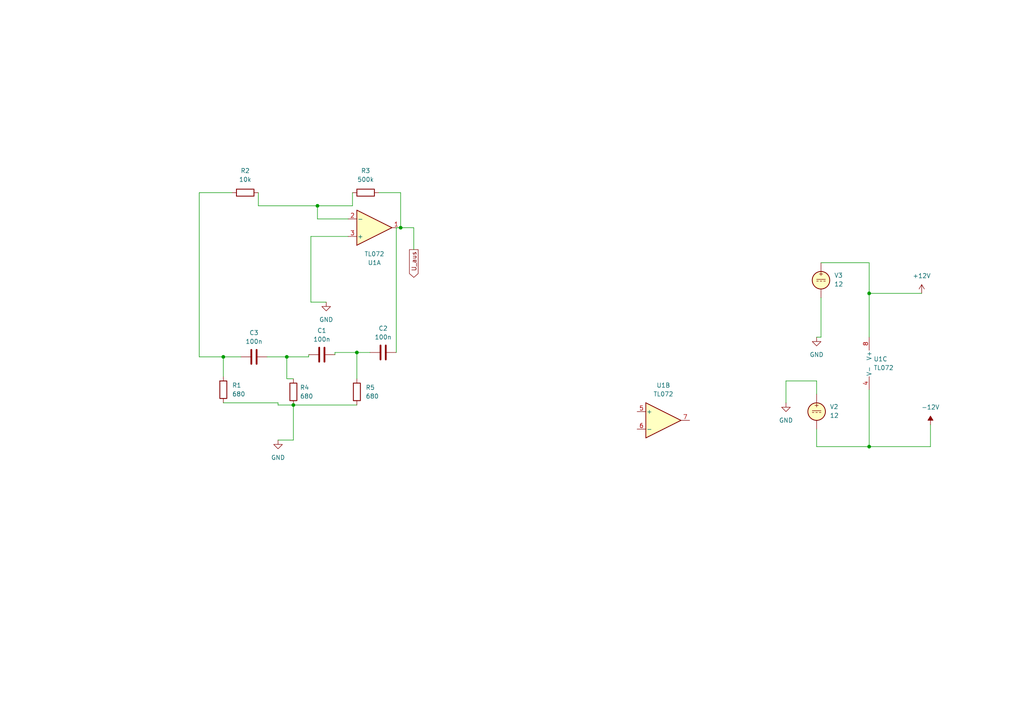
<source format=kicad_sch>
(kicad_sch (version 20230121) (generator eeschema)
  (paper "A4")
  (lib_symbols
    (symbol "Amplifier_Operational:TL072" (pin_names (offset 0.127))
      (property "Reference" "U" (at 0 5.08 0))
      (property "Value" "TL072" (at 0 -5.08 0))
      (symbol "TL072_1_1"
        (polyline (pts (xy -5.08 5.08) (xy 5.08 0) (xy -5.08 -5.08) (xy -5.08 5.08)) (stroke (width 0.254)) (fill (type background)))
        (pin output line (at 7.62 0 180) (length 2.54) (name "~") (number "1"))
        (pin input line (at -7.62 -2.54 0) (length 2.54) (name "-") (number "2"))
        (pin input line (at -7.62 2.54 0) (length 2.54) (name "+") (number "3"))
      )
      (symbol "TL072_2_1"
        (polyline (pts (xy -5.08 5.08) (xy 5.08 0) (xy -5.08 -5.08) (xy -5.08 5.08)) (stroke (width 0.254)) (fill (type background)))
        (pin input line (at -7.62 2.54 0) (length 2.54) (name "+") (number "5"))
        (pin input line (at -7.62 -2.54 0) (length 2.54) (name "-") (number "6"))
        (pin output line (at 7.62 0 180) (length 2.54) (name "~") (number "7"))
      )
      (symbol "TL072_3_1"
        (pin power_in line (at -2.54 -7.62 90) (length 3.81) (name "V-") (number "4"))
        (pin power_in line (at -2.54 7.62 270) (length 3.81) (name "V+") (number "8"))
      )
    )
    (symbol "Device:C" (pin_numbers hide) (pin_names (offset 0.254))
      (property "Reference" "C" (at 0.635 2.54 0))
      (property "Value" "C" (at 0.635 -2.54 0))
      (symbol "C_0_1"
        (polyline (pts (xy -2.032 -0.762) (xy 2.032 -0.762)) (stroke (width 0.508)))
        (polyline (pts (xy -2.032 0.762) (xy 2.032 0.762)) (stroke (width 0.508)))
      )
      (symbol "C_1_1"
        (pin passive line (at 0 3.81 270) (length 2.794) (name "~") (number "1"))
        (pin passive line (at 0 -3.81 90) (length 2.794) (name "~") (number "2"))
      )
    )
    (symbol "Device:R" (pin_numbers hide) (pin_names (offset 0))
      (property "Reference" "R" (at 2.032 0 90))
      (property "Value" "R" (at 0 0 90))
      (symbol "R_0_1"
        (rectangle (start -1.016 -2.54) (end 1.016 2.54) (stroke (width 0.254)))
      )
      (symbol "R_1_1"
        (pin passive line (at 0 3.81 270) (length 1.27) (name "~") (number "1"))
        (pin passive line (at 0 -3.81 90) (length 1.27) (name "~") (number "2"))
      )
    )
    (symbol "Simulation_SPICE:VDC" (pin_numbers hide) (pin_names (offset 0.0254))
      (property "Reference" "V" (at 2.54 2.54 0))
      (property "Value" "1" (at 2.54 0 0))
      (symbol "VDC_0_0"
        (polyline (pts (xy -1.27 0.254) (xy 1.27 0.254)))
        (polyline (pts (xy -0.762 -0.254) (xy -1.27 -0.254)))
        (polyline (pts (xy 0.254 -0.254) (xy -0.254 -0.254)))
        (polyline (pts (xy 1.27 -0.254) (xy 0.762 -0.254)))
        (text "+" (at 0 1.905 0) (effects (font (size 1.27 1.27))))
      )
      (symbol "VDC_0_1"
        (circle (center 0 0) (radius 2.54) (stroke (width 0.254)) (fill (type background)))
      )
      (symbol "VDC_1_1"
        (pin passive line (at 0 5.08 270) (length 2.54) (name "~") (number "1"))
        (pin passive line (at 0 -5.08 90) (length 2.54) (name "~") (number "2"))
      )
    )
    (symbol "power:+12V" (power) (pin_names (offset 0))
      (property "Value" "+12V" (at 0 3.556 0))
      (symbol "+12V_0_1"
        (polyline (pts (xy -0.762 1.27) (xy 0 2.54)))
        (polyline (pts (xy 0 0) (xy 0 2.54)))
        (polyline (pts (xy 0 2.54) (xy 0.762 1.27)))
      )
      (symbol "+12V_1_1"
        (pin power_in line (at 0 0 90) (length 0) hide (name "+12V") (number "1"))
      )
    )
    (symbol "power:-12V" (power) (pin_names (offset 0))
      (property "Value" "-12V" (at 0 3.81 0))
      (symbol "-12V_0_0"
        (pin power_in line (at 0 0 90) (length 0) hide (name "-12V") (number "1"))
      )
      (symbol "-12V_0_1"
        (polyline (pts (xy 0 0) (xy 0 1.27) (xy 0.762 1.27) (xy 0 2.54) (xy -0.762 1.27) (xy 0 1.27)) (fill (type outline)))
      )
    )
    (symbol "power:GND" (power) (pin_names (offset 0))
      (property "Value" "GND" (at 0 -3.81 0))
      (symbol "GND_0_1"
        (polyline (pts (xy 0 0) (xy 0 -1.27) (xy 1.27 -1.27) (xy 0 -2.54) (xy -1.27 -1.27) (xy 0 -1.27)))
      )
      (symbol "GND_1_1"
        (pin power_in line (at 0 0 270) (length 0) hide (name "GND") (number "1"))
      )
    )
  )
  (junction (at 64.77 103.505))
  (junction (at 252.095 85.09))
  (junction (at 92.075 59.69))
  (junction (at 85.09 117.475))
  (junction (at 83.185 103.505))
  (junction (at 103.505 102.235))
  (junction (at 116.205 66.04))
  (junction (at 252.095 129.54))
  (wire (pts (xy 102.235 59.69) (xy 102.235 55.88)))
  (wire (pts (xy 252.095 129.54) (xy 269.875 129.54)))
  (wire (pts (xy 116.205 66.04) (xy 116.205 55.88)))
  (wire (pts (xy 90.17 68.58) (xy 100.965 68.58)))
  (wire (pts (xy 238.125 86.36) (xy 238.125 97.79)))
  (wire (pts (xy 120.015 66.04) (xy 116.205 66.04)))
  (wire (pts (xy 100.965 63.5) (xy 92.075 63.5)))
  (wire (pts (xy 92.075 59.69) (xy 102.235 59.69)))
  (wire (pts (xy 90.17 87.63) (xy 94.615 87.63)))
  (wire (pts (xy 269.875 123.19) (xy 269.875 129.54)))
  (wire (pts (xy 238.125 97.79) (xy 236.855 97.79)))
  (wire (pts (xy 227.965 110.49) (xy 236.855 110.49)))
  (wire (pts (xy 85.09 117.475) (xy 85.09 127.635)))
  (wire (pts (xy 57.785 55.88) (xy 57.785 103.505)))
  (wire (pts (xy 74.93 59.69) (xy 92.075 59.69)))
  (wire (pts (xy 252.095 76.2) (xy 252.095 85.09)))
  (wire (pts (xy 57.785 55.88) (xy 67.31 55.88)))
  (wire (pts (xy 252.095 85.09) (xy 252.095 97.79)))
  (wire (pts (xy 103.505 102.235) (xy 97.155 102.235)))
  (wire (pts (xy 109.855 55.88) (xy 116.205 55.88)))
  (wire (pts (xy 236.855 124.46) (xy 236.855 129.54)))
  (wire (pts (xy 114.935 102.235) (xy 114.935 66.04)))
  (wire (pts (xy 236.855 110.49) (xy 236.855 114.3)))
  (wire (pts (xy 80.645 117.475) (xy 85.09 117.475)))
  (wire (pts (xy 103.505 102.235) (xy 103.505 109.855)))
  (wire (pts (xy 236.855 129.54) (xy 252.095 129.54)))
  (wire (pts (xy 83.185 103.505) (xy 83.185 109.855)))
  (wire (pts (xy 69.85 103.505) (xy 64.77 103.505)))
  (wire (pts (xy 97.155 102.235) (xy 97.155 102.87)))
  (wire (pts (xy 120.015 72.39) (xy 120.015 66.04)))
  (wire (pts (xy 267.335 85.09) (xy 252.095 85.09)))
  (wire (pts (xy 85.09 117.475) (xy 103.505 117.475)))
  (wire (pts (xy 64.77 116.84) (xy 80.645 116.84)))
  (wire (pts (xy 83.185 109.855) (xy 85.09 109.855)))
  (wire (pts (xy 92.075 59.69) (xy 92.075 63.5)))
  (wire (pts (xy 252.095 113.03) (xy 252.095 129.54)))
  (wire (pts (xy 77.47 103.505) (xy 83.185 103.505)))
  (wire (pts (xy 64.77 103.505) (xy 64.77 109.22)))
  (wire (pts (xy 89.535 103.505) (xy 89.535 102.87)))
  (wire (pts (xy 227.965 116.84) (xy 227.965 110.49)))
  (wire (pts (xy 90.17 87.63) (xy 90.17 68.58)))
  (wire (pts (xy 238.125 76.2) (xy 252.095 76.2)))
  (wire (pts (xy 85.09 127.635) (xy 80.645 127.635)))
  (wire (pts (xy 107.315 102.235) (xy 103.505 102.235)))
  (wire (pts (xy 74.93 59.69) (xy 74.93 55.88)))
  (wire (pts (xy 114.935 66.04) (xy 116.205 66.04)))
  (wire (pts (xy 83.185 103.505) (xy 89.535 103.505)))
  (wire (pts (xy 80.645 116.84) (xy 80.645 117.475)))
  (wire (pts (xy 57.785 103.505) (xy 64.77 103.505)))
  (global_label "U_aus" (shape output) (at 120.015 72.39 270) (property "Intersheetrefs" "${INTERSHEET_REFS}" (effects hide)))
  (symbol (lib_id "Device:R") (at 71.12 55.88 90) (unit 1)
    (property "Reference" "R2" (at 71.12 49.53 90))
    (property "Value" "10k" (at 71.12 52.07 90))
  )
  (symbol (lib_id "Device:R") (at 64.77 113.03 180) (unit 1)
    (property "Reference" "R1" (at 67.31 111.76 0) (effects (justify right)))
    (property "Value" "680" (at 67.31 114.3 0) (effects (justify right)))
  )
  (symbol (lib_id "Simulation_SPICE:VDC") (at 238.125 81.28 0) (unit 1)
    (property "Reference" "V3" (at 241.935 79.8802 0) (effects (justify left)))
    (property "Value" "12" (at 241.935 82.4202 0) (effects (justify left)))
    (property "Sim.Pins" "1=+ 2=-" (effects hide))
    (property "Sim.Type" "DC" (effects hide))
    (property "Sim.Device" "V" (effects hide))
  )
  (symbol (lib_id "Simulation_SPICE:VDC") (at 236.855 119.38 0) (unit 1)
    (property "Reference" "V2" (at 240.665 117.9802 0) (effects (justify left)))
    (property "Value" "12" (at 240.665 120.5202 0) (effects (justify left)))
    (property "Sim.Pins" "1=+ 2=-" (effects hide))
    (property "Sim.Type" "DC" (effects hide))
    (property "Sim.Device" "V" (effects hide))
  )
  (symbol (lib_id "Device:R") (at 106.045 55.88 90) (unit 1)
    (property "Reference" "R3" (at 106.045 49.53 90))
    (property "Value" "500k" (at 106.045 52.07 90))
  )
  (symbol (lib_id "power:GND") (at 94.615 87.63 0) (unit 1)
    (property "Reference" "#PWR02" (effects hide))
    (property "Value" "GND" (at 94.615 92.71 0))
  )
  (symbol (lib_id "Device:R") (at 103.505 113.665 180) (unit 1)
    (property "Reference" "R5" (at 106.045 112.395 0) (effects (justify right)))
    (property "Value" "680" (at 106.045 114.935 0) (effects (justify right)))
  )
  (symbol (lib_id "Amplifier_Operational:TL072") (at 254.635 105.41 0) (unit 3)
    (property "Reference" "U1" (at 253.365 104.14 0) (effects (justify left)))
    (property "Value" "TL072" (at 253.365 106.68 0) (effects (justify left)))
    (property "Datasheet" "http://www.ti.com/lit/ds/symlink/tl071.pdf" (effects hide))
    (property "Sim.Library" "TL072-dual.lib" (effects hide))
    (property "Sim.Name" "TL072c" (effects hide))
    (property "Sim.Device" "SUBCKT" (effects hide))
    (property "Sim.Pins" "1=1out 2=1in- 3=1in+ 4=vcc- 5=2in+ 6=2in- 7=2out 8=vcc+" (effects hide))
  )
  (symbol (lib_id "Device:C") (at 111.125 102.235 90) (unit 1)
    (property "Reference" "C2" (at 111.125 95.25 90))
    (property "Value" "100n" (at 111.125 97.79 90))
  )
  (symbol (lib_id "power:-12V") (at 269.875 123.19 0) (unit 1)
    (property "Reference" "#PWR06" (effects hide))
    (property "Value" "-12V" (at 269.875 118.11 0))
  )
  (symbol (lib_id "Device:C") (at 93.345 102.87 90) (unit 1)
    (property "Reference" "C1" (at 93.345 95.885 90))
    (property "Value" "100n" (at 93.345 98.425 90))
  )
  (symbol (lib_id "Amplifier_Operational:TL072") (at 108.585 66.04 0) (mirror x) (unit 1)
    (property "Reference" "U1" (at 108.585 76.2 0))
    (property "Value" "TL072" (at 108.585 73.66 0))
    (property "Datasheet" "http://www.ti.com/lit/ds/symlink/tl071.pdf" (effects hide))
    (property "Sim.Library" "TL072-dual.lib" (effects hide))
    (property "Sim.Name" "TL072c" (effects hide))
    (property "Sim.Device" "SUBCKT" (effects hide))
    (property "Sim.Pins" "1=1out 2=1in- 3=1in+ 4=vcc- 5=2in+ 6=2in- 7=2out 8=vcc+" (effects hide))
  )
  (symbol (lib_id "power:+12V") (at 267.335 85.09 0) (unit 1)
    (property "Reference" "#PWR05" (effects hide))
    (property "Value" "+12V" (at 267.335 80.01 0))
  )
  (symbol (lib_id "Device:C") (at 73.66 103.505 90) (unit 1)
    (property "Reference" "C3" (at 73.66 96.52 90))
    (property "Value" "100n" (at 73.66 99.06 90))
  )
  (symbol (lib_id "power:GND") (at 227.965 116.84 0) (unit 1)
    (property "Reference" "#PWR03" (effects hide))
    (property "Value" "GND" (at 227.965 121.92 0))
  )
  (symbol (lib_id "power:GND") (at 80.645 127.635 0) (unit 1)
    (property "Reference" "#PWR01" (effects hide))
    (property "Value" "GND" (at 80.645 132.715 0))
  )
  (symbol (lib_id "Device:R") (at 85.09 113.665 180) (unit 1)
    (property "Reference" "R4" (at 86.995 112.395 0) (effects (justify right)))
    (property "Value" "680" (at 86.995 114.935 0) (effects (justify right)))
  )
  (symbol (lib_id "power:GND") (at 236.855 97.79 0) (unit 1)
    (property "Reference" "#PWR04" (effects hide))
    (property "Value" "GND" (at 236.855 102.87 0))
  )
  (symbol (lib_id "Amplifier_Operational:TL072") (at 192.405 121.92 0) (unit 2)
    (property "Reference" "U1" (at 192.405 111.76 0))
    (property "Value" "TL072" (at 192.405 114.3 0))
    (property "Datasheet" "http://www.ti.com/lit/ds/symlink/tl071.pdf" (effects hide))
    (property "Sim.Library" "TL072-dual.lib" (effects hide))
    (property "Sim.Name" "TL072c" (effects hide))
    (property "Sim.Device" "SUBCKT" (effects hide))
    (property "Sim.Pins" "1=1out 2=1in- 3=1in+ 4=vcc- 5=2in+ 6=2in- 7=2out 8=vcc+" (effects hide))
  )
)
</source>
